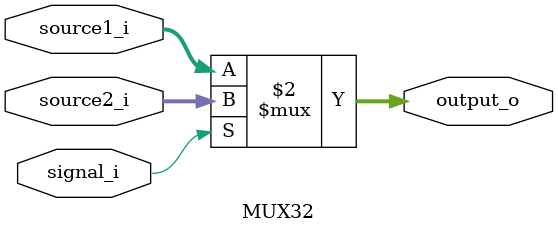
<source format=v>
module MUX32
(
    source1_i,
    source2_i,
    signal_i,
    output_o
);


// Interface
input  [31:0] source1_i;
input  [31:0] source2_i;
input  [ 0:0] signal_i;

output reg [31:0] output_o = 0;

// Calculate
always @(*) begin
    output_o = (signal_i)? source2_i: source1_i;
end

endmodule
</source>
